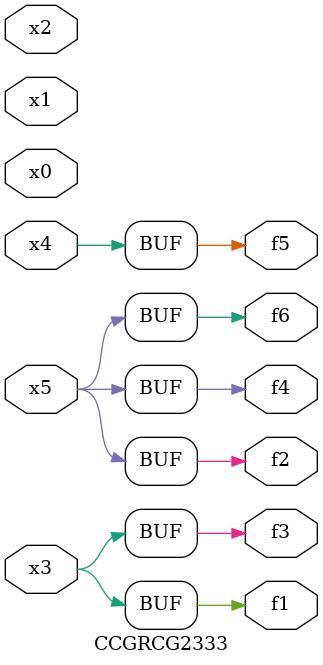
<source format=v>
module CCGRCG2333(
	input x0, x1, x2, x3, x4, x5,
	output f1, f2, f3, f4, f5, f6
);
	assign f1 = x3;
	assign f2 = x5;
	assign f3 = x3;
	assign f4 = x5;
	assign f5 = x4;
	assign f6 = x5;
endmodule

</source>
